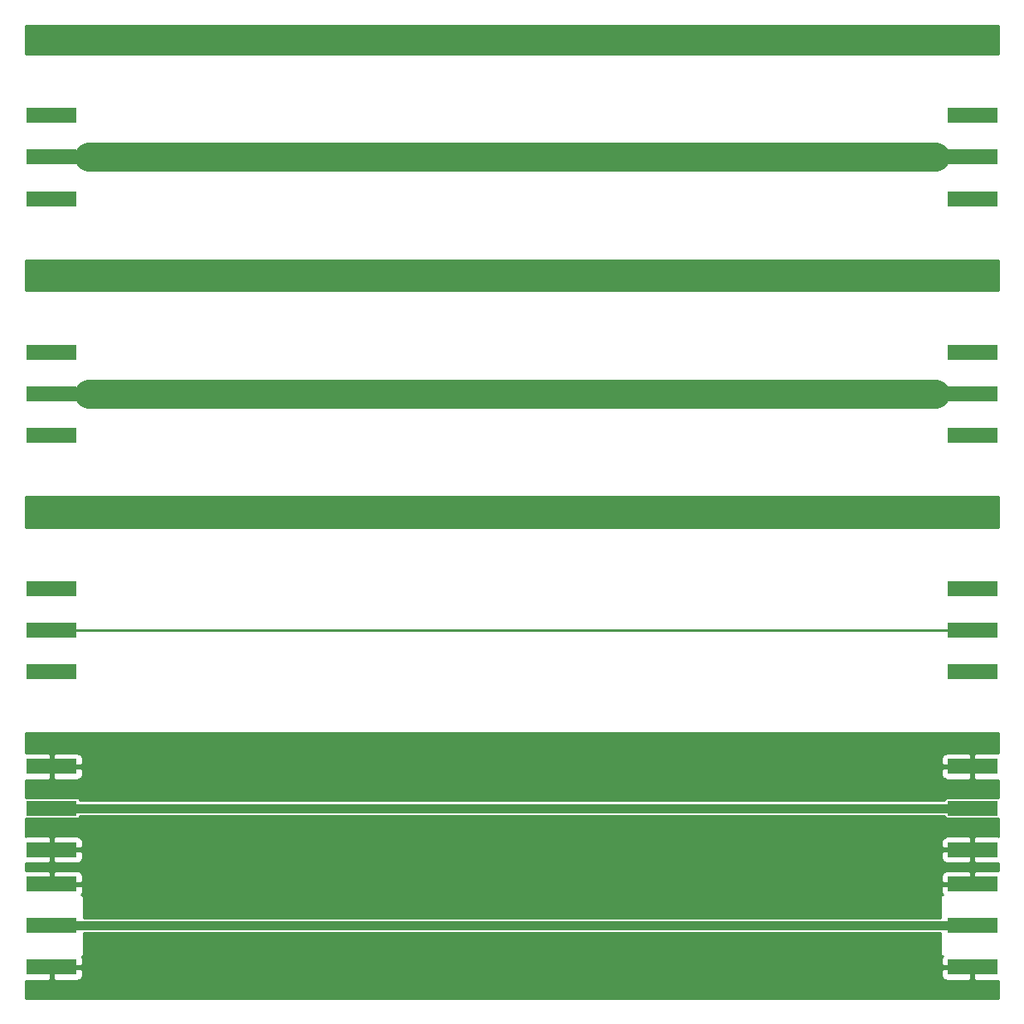
<source format=gtl>
G04 #@! TF.GenerationSoftware,KiCad,Pcbnew,5.1.6-c6e7f7d~86~ubuntu18.04.1*
G04 #@! TF.CreationDate,2020-05-31T00:28:00-04:00*
G04 #@! TF.ProjectId,microstrip_tests,6d696372-6f73-4747-9269-705f74657374,rev?*
G04 #@! TF.SameCoordinates,Original*
G04 #@! TF.FileFunction,Copper,L1,Top*
G04 #@! TF.FilePolarity,Positive*
%FSLAX46Y46*%
G04 Gerber Fmt 4.6, Leading zero omitted, Abs format (unit mm)*
G04 Created by KiCad (PCBNEW 5.1.6-c6e7f7d~86~ubuntu18.04.1) date 2020-05-31 00:28:00*
%MOMM*%
%LPD*%
G01*
G04 APERTURE LIST*
G04 #@! TA.AperFunction,SMDPad,CuDef*
%ADD10R,5.080000X1.500000*%
G04 #@! TD*
G04 #@! TA.AperFunction,ViaPad*
%ADD11C,0.800000*%
G04 #@! TD*
G04 #@! TA.AperFunction,Conductor*
%ADD12C,2.970000*%
G04 #@! TD*
G04 #@! TA.AperFunction,Conductor*
%ADD13C,0.250000*%
G04 #@! TD*
G04 #@! TA.AperFunction,Conductor*
%ADD14C,0.904300*%
G04 #@! TD*
G04 #@! TA.AperFunction,Conductor*
%ADD15C,0.254000*%
G04 #@! TD*
G04 APERTURE END LIST*
D10*
G04 #@! TO.P,J1,2*
G04 #@! TO.N,GND*
X93000000Y-29513000D03*
X93000000Y-38013000D03*
G04 #@! TO.P,J1,1*
G04 #@! TO.N,Net-(J1-Pad1)*
X93000000Y-33763000D03*
G04 #@! TD*
G04 #@! TO.P,J2,1*
G04 #@! TO.N,Net-(J1-Pad1)*
X187000000Y-33763000D03*
G04 #@! TO.P,J2,2*
G04 #@! TO.N,GND*
X187000000Y-29513000D03*
X187000000Y-38013000D03*
G04 #@! TD*
G04 #@! TO.P,J3,2*
G04 #@! TO.N,GND*
X93000000Y-53671000D03*
X93000000Y-62171000D03*
G04 #@! TO.P,J3,1*
G04 #@! TO.N,Net-(J3-Pad1)*
X93000000Y-57921000D03*
G04 #@! TD*
G04 #@! TO.P,J4,2*
G04 #@! TO.N,GND*
X93000000Y-77829000D03*
X93000000Y-86329000D03*
G04 #@! TO.P,J4,1*
G04 #@! TO.N,Net-(J4-Pad1)*
X93000000Y-82079000D03*
G04 #@! TD*
G04 #@! TO.P,J5,2*
G04 #@! TO.N,GND*
X93000000Y-95987000D03*
X93000000Y-104487000D03*
G04 #@! TO.P,J5,1*
G04 #@! TO.N,Net-(J5-Pad1)*
X93000000Y-100237000D03*
G04 #@! TD*
G04 #@! TO.P,J6,1*
G04 #@! TO.N,Net-(J3-Pad1)*
X187000000Y-57921000D03*
G04 #@! TO.P,J6,2*
G04 #@! TO.N,GND*
X187000000Y-53671000D03*
X187000000Y-62171000D03*
G04 #@! TD*
G04 #@! TO.P,J7,1*
G04 #@! TO.N,Net-(J4-Pad1)*
X187000000Y-82079000D03*
G04 #@! TO.P,J7,2*
G04 #@! TO.N,GND*
X187000000Y-77829000D03*
X187000000Y-86329000D03*
G04 #@! TD*
G04 #@! TO.P,J8,1*
G04 #@! TO.N,Net-(J5-Pad1)*
X187000000Y-100237000D03*
G04 #@! TO.P,J8,2*
G04 #@! TO.N,GND*
X187000000Y-95987000D03*
X187000000Y-104487000D03*
G04 #@! TD*
G04 #@! TO.P,J9,2*
G04 #@! TO.N,GND*
X93000000Y-107987000D03*
X93000000Y-116487000D03*
G04 #@! TO.P,J9,1*
G04 #@! TO.N,Net-(J10-Pad1)*
X93000000Y-112237000D03*
G04 #@! TD*
G04 #@! TO.P,J10,1*
G04 #@! TO.N,Net-(J10-Pad1)*
X187000000Y-112237000D03*
G04 #@! TO.P,J10,2*
G04 #@! TO.N,GND*
X187000000Y-107987000D03*
X187000000Y-116487000D03*
G04 #@! TD*
D11*
G04 #@! TO.N,GND*
X97430000Y-106250000D03*
X99930000Y-106250000D03*
X102430000Y-106250000D03*
X104930000Y-106250000D03*
X107430000Y-106250000D03*
X109930000Y-106250000D03*
X112430000Y-106250000D03*
X114930000Y-106250000D03*
X117430000Y-106250000D03*
X119930000Y-106250000D03*
X122430000Y-106250000D03*
X124930000Y-106250000D03*
X127430000Y-106250000D03*
X129930000Y-106250000D03*
X132430000Y-106250000D03*
X134930000Y-106250000D03*
X137430000Y-106250000D03*
X139930000Y-106250000D03*
X142430000Y-106250000D03*
X144930000Y-106250000D03*
X147430000Y-106250000D03*
X149930000Y-106250000D03*
X152430000Y-106250000D03*
X154930000Y-106250000D03*
X157430000Y-106250000D03*
X159930000Y-106250000D03*
X162430000Y-106250000D03*
X164930000Y-106250000D03*
X167430000Y-106250000D03*
X169930000Y-106250000D03*
X172430000Y-106250000D03*
X174930000Y-106250000D03*
X177430000Y-106250000D03*
X179930000Y-106250000D03*
X91000000Y-93540000D03*
X108500000Y-93540000D03*
X93500000Y-93540000D03*
X111000000Y-93540000D03*
X141000000Y-93540000D03*
X143500000Y-93540000D03*
X188500000Y-93540000D03*
X116000000Y-93540000D03*
X118500000Y-93540000D03*
X173500000Y-93540000D03*
X121000000Y-93540000D03*
X123500000Y-93540000D03*
X146000000Y-93540000D03*
X148500000Y-93540000D03*
X113500000Y-93540000D03*
X106000000Y-93540000D03*
X98500000Y-93540000D03*
X171000000Y-93540000D03*
X176000000Y-93540000D03*
X178500000Y-93540000D03*
X181000000Y-93540000D03*
X183500000Y-93540000D03*
X186000000Y-93540000D03*
X126000000Y-93540000D03*
X128500000Y-93540000D03*
X151000000Y-93540000D03*
X153500000Y-93540000D03*
X156000000Y-93540000D03*
X158500000Y-93540000D03*
X161000000Y-93540000D03*
X163500000Y-93540000D03*
X136000000Y-93540000D03*
X138500000Y-93540000D03*
X166000000Y-93540000D03*
X168500000Y-93540000D03*
X96000000Y-93540000D03*
X101000000Y-93540000D03*
X103500000Y-93540000D03*
X131000000Y-93540000D03*
X133500000Y-93540000D03*
X91040000Y-21710000D03*
X108540000Y-21710000D03*
X93540000Y-21710000D03*
X111040000Y-21710000D03*
X141040000Y-21710000D03*
X143540000Y-21710000D03*
X188540000Y-21710000D03*
X116040000Y-21710000D03*
X118540000Y-21710000D03*
X173540000Y-21710000D03*
X121040000Y-21710000D03*
X123540000Y-21710000D03*
X146040000Y-21710000D03*
X148540000Y-21710000D03*
X113540000Y-21710000D03*
X106040000Y-21710000D03*
X98540000Y-21710000D03*
X171040000Y-21710000D03*
X176040000Y-21710000D03*
X178540000Y-21710000D03*
X181040000Y-21710000D03*
X183540000Y-21710000D03*
X186040000Y-21710000D03*
X126040000Y-21710000D03*
X128540000Y-21710000D03*
X151040000Y-21710000D03*
X153540000Y-21710000D03*
X156040000Y-21710000D03*
X158540000Y-21710000D03*
X161040000Y-21710000D03*
X163540000Y-21710000D03*
X136040000Y-21710000D03*
X138540000Y-21710000D03*
X166040000Y-21710000D03*
X168540000Y-21710000D03*
X96040000Y-21710000D03*
X101040000Y-21710000D03*
X103540000Y-21710000D03*
X131040000Y-21710000D03*
X133540000Y-21710000D03*
X91000000Y-45770000D03*
X108500000Y-45770000D03*
X93500000Y-45770000D03*
X111000000Y-45770000D03*
X141000000Y-45770000D03*
X143500000Y-45770000D03*
X188500000Y-45770000D03*
X116000000Y-45770000D03*
X118500000Y-45770000D03*
X173500000Y-45770000D03*
X121000000Y-45770000D03*
X123500000Y-45770000D03*
X146000000Y-45770000D03*
X148500000Y-45770000D03*
X113500000Y-45770000D03*
X106000000Y-45770000D03*
X98500000Y-45770000D03*
X171000000Y-45770000D03*
X176000000Y-45770000D03*
X178500000Y-45770000D03*
X181000000Y-45770000D03*
X183500000Y-45770000D03*
X186000000Y-45770000D03*
X126000000Y-45770000D03*
X128500000Y-45770000D03*
X151000000Y-45770000D03*
X153500000Y-45770000D03*
X156000000Y-45770000D03*
X158500000Y-45770000D03*
X161000000Y-45770000D03*
X163500000Y-45770000D03*
X136000000Y-45770000D03*
X138500000Y-45770000D03*
X166000000Y-45770000D03*
X168500000Y-45770000D03*
X96000000Y-45770000D03*
X101000000Y-45770000D03*
X103500000Y-45770000D03*
X131000000Y-45770000D03*
X133500000Y-45770000D03*
X91000000Y-69920000D03*
X108500000Y-69920000D03*
X93500000Y-69920000D03*
X111000000Y-69920000D03*
X141000000Y-69920000D03*
X143500000Y-69920000D03*
X188500000Y-69920000D03*
X116000000Y-69920000D03*
X118500000Y-69920000D03*
X173500000Y-69920000D03*
X121000000Y-69920000D03*
X123500000Y-69920000D03*
X146000000Y-69920000D03*
X148500000Y-69920000D03*
X113500000Y-69920000D03*
X106000000Y-69920000D03*
X98500000Y-69920000D03*
X171000000Y-69920000D03*
X176000000Y-69920000D03*
X178500000Y-69920000D03*
X181000000Y-69920000D03*
X183500000Y-69920000D03*
X186000000Y-69920000D03*
X126000000Y-69920000D03*
X128500000Y-69920000D03*
X151000000Y-69920000D03*
X153500000Y-69920000D03*
X156000000Y-69920000D03*
X158500000Y-69920000D03*
X161000000Y-69920000D03*
X163500000Y-69920000D03*
X136000000Y-69920000D03*
X138500000Y-69920000D03*
X166000000Y-69920000D03*
X168500000Y-69920000D03*
X96000000Y-69920000D03*
X101000000Y-69920000D03*
X103500000Y-69920000D03*
X131000000Y-69920000D03*
X133500000Y-69920000D03*
X156800000Y-99100000D03*
X158200000Y-99100000D03*
X159600000Y-99100000D03*
X161000000Y-99100000D03*
X98000000Y-101400000D03*
X165200000Y-101400000D03*
X166600000Y-101400000D03*
X98000000Y-99100000D03*
X140000000Y-99100000D03*
X141400000Y-99100000D03*
X142800000Y-99100000D03*
X135800000Y-101400000D03*
X109200000Y-99100000D03*
X159600000Y-101400000D03*
X112000000Y-99100000D03*
X173600000Y-99100000D03*
X175000000Y-99100000D03*
X176400000Y-99100000D03*
X177800000Y-99100000D03*
X179200000Y-99100000D03*
X180600000Y-99100000D03*
X151200000Y-101400000D03*
X152600000Y-101400000D03*
X149800000Y-101400000D03*
X123200000Y-101400000D03*
X124600000Y-101400000D03*
X127400000Y-101400000D03*
X128800000Y-101400000D03*
X105000000Y-99100000D03*
X130200000Y-101400000D03*
X96600000Y-101400000D03*
X103600000Y-99100000D03*
X107800000Y-101400000D03*
X144200000Y-101400000D03*
X116200000Y-101400000D03*
X117600000Y-101400000D03*
X156800000Y-101400000D03*
X100800000Y-99100000D03*
X158200000Y-101400000D03*
X151200000Y-99100000D03*
X152600000Y-99100000D03*
X154000000Y-99100000D03*
X155400000Y-99100000D03*
X99400000Y-101400000D03*
X168000000Y-101400000D03*
X107800000Y-99100000D03*
X144200000Y-99100000D03*
X109200000Y-101400000D03*
X134400000Y-101400000D03*
X127400000Y-99100000D03*
X128800000Y-99100000D03*
X130200000Y-99100000D03*
X126000000Y-101400000D03*
X114800000Y-101400000D03*
X172200000Y-101400000D03*
X106400000Y-101400000D03*
X169400000Y-101400000D03*
X170800000Y-101400000D03*
X120400000Y-101400000D03*
X121800000Y-101400000D03*
X141400000Y-101400000D03*
X140000000Y-101400000D03*
X103600000Y-101400000D03*
X100800000Y-101400000D03*
X96600000Y-99100000D03*
X154000000Y-101400000D03*
X155400000Y-101400000D03*
X119000000Y-101400000D03*
X145600000Y-101400000D03*
X179200000Y-101400000D03*
X180600000Y-101400000D03*
X131600000Y-101400000D03*
X133000000Y-101400000D03*
X161000000Y-101400000D03*
X102200000Y-101400000D03*
X162400000Y-101400000D03*
X137200000Y-101400000D03*
X138600000Y-101400000D03*
X99400000Y-99100000D03*
X168000000Y-99100000D03*
X169400000Y-99100000D03*
X170800000Y-99100000D03*
X172200000Y-99100000D03*
X106400000Y-99100000D03*
X112000000Y-101400000D03*
X176400000Y-101400000D03*
X177800000Y-101400000D03*
X142800000Y-101400000D03*
X113400000Y-99100000D03*
X110600000Y-99100000D03*
X102200000Y-99100000D03*
X162400000Y-99100000D03*
X163800000Y-99100000D03*
X165200000Y-99100000D03*
X166600000Y-99100000D03*
X173600000Y-101400000D03*
X175000000Y-101400000D03*
X147000000Y-101400000D03*
X148400000Y-101400000D03*
X135800000Y-99100000D03*
X137200000Y-99100000D03*
X138600000Y-99100000D03*
X131600000Y-99100000D03*
X133000000Y-99100000D03*
X134400000Y-99100000D03*
X163800000Y-101400000D03*
X120400000Y-99100000D03*
X121800000Y-99100000D03*
X123200000Y-99100000D03*
X124600000Y-99100000D03*
X126000000Y-99100000D03*
X114800000Y-99100000D03*
X116200000Y-99100000D03*
X117600000Y-99100000D03*
X119000000Y-99100000D03*
X145600000Y-99100000D03*
X147000000Y-99100000D03*
X148400000Y-99100000D03*
X149800000Y-99100000D03*
X113400000Y-101400000D03*
X110600000Y-101400000D03*
X105000000Y-101400000D03*
X156800000Y-113400000D03*
X158200000Y-113400000D03*
X159600000Y-113400000D03*
X161000000Y-113400000D03*
X98000000Y-113400000D03*
X140000000Y-113400000D03*
X141400000Y-113400000D03*
X142800000Y-113400000D03*
X109200000Y-113400000D03*
X112000000Y-113400000D03*
X173600000Y-113400000D03*
X175000000Y-113400000D03*
X176400000Y-113400000D03*
X177800000Y-113400000D03*
X179200000Y-113400000D03*
X180600000Y-113400000D03*
X105000000Y-113400000D03*
X103600000Y-113400000D03*
X100800000Y-113400000D03*
X151200000Y-113400000D03*
X152600000Y-113400000D03*
X154000000Y-113400000D03*
X155400000Y-113400000D03*
X107800000Y-113400000D03*
X144200000Y-113400000D03*
X127400000Y-113400000D03*
X128800000Y-113400000D03*
X130200000Y-113400000D03*
X96600000Y-113400000D03*
X99400000Y-113400000D03*
X168000000Y-113400000D03*
X169400000Y-113400000D03*
X170800000Y-113400000D03*
X172200000Y-113400000D03*
X106400000Y-113400000D03*
X113400000Y-113400000D03*
X110600000Y-113400000D03*
X102200000Y-113400000D03*
X162400000Y-113400000D03*
X163800000Y-113400000D03*
X165200000Y-113400000D03*
X166600000Y-113400000D03*
X135800000Y-113400000D03*
X137200000Y-113400000D03*
X138600000Y-113400000D03*
X131600000Y-113400000D03*
X133000000Y-113400000D03*
X134400000Y-113400000D03*
X120400000Y-113400000D03*
X121800000Y-113400000D03*
X123200000Y-113400000D03*
X124600000Y-113400000D03*
X126000000Y-113400000D03*
X114800000Y-113400000D03*
X116200000Y-113400000D03*
X117600000Y-113400000D03*
X119000000Y-113400000D03*
X145600000Y-113400000D03*
X147000000Y-113400000D03*
X148400000Y-113400000D03*
X149800000Y-113400000D03*
X90930000Y-118800000D03*
X96600000Y-111100000D03*
X98000000Y-111100000D03*
X99400000Y-111100000D03*
X100800000Y-111100000D03*
X102200000Y-111100000D03*
X103600000Y-111100000D03*
X105000000Y-111100000D03*
X106400000Y-111100000D03*
X107800000Y-111100000D03*
X109200000Y-111100000D03*
X110600000Y-111100000D03*
X112000000Y-111100000D03*
X113400000Y-111100000D03*
X114800000Y-111100000D03*
X116200000Y-111100000D03*
X117600000Y-111100000D03*
X119000000Y-111100000D03*
X120400000Y-111100000D03*
X121800000Y-111100000D03*
X123200000Y-111100000D03*
X124600000Y-111100000D03*
X126000000Y-111100000D03*
X127400000Y-111100000D03*
X128800000Y-111100000D03*
X130200000Y-111100000D03*
X131600000Y-111100000D03*
X133000000Y-111100000D03*
X134400000Y-111100000D03*
X135800000Y-111100000D03*
X137200000Y-111100000D03*
X138600000Y-111100000D03*
X140000000Y-111100000D03*
X141400000Y-111100000D03*
X142800000Y-111100000D03*
X144200000Y-111100000D03*
X145600000Y-111100000D03*
X147000000Y-111100000D03*
X148400000Y-111100000D03*
X149800000Y-111100000D03*
X151200000Y-111100000D03*
X152600000Y-111100000D03*
X154000000Y-111100000D03*
X155400000Y-111100000D03*
X156800000Y-111100000D03*
X158200000Y-111100000D03*
X159600000Y-111100000D03*
X161000000Y-111100000D03*
X162400000Y-111100000D03*
X163800000Y-111100000D03*
X165200000Y-111100000D03*
X166600000Y-111100000D03*
X168000000Y-111100000D03*
X169400000Y-111100000D03*
X170800000Y-111100000D03*
X172200000Y-111100000D03*
X173600000Y-111100000D03*
X175000000Y-111100000D03*
X176400000Y-111100000D03*
X177800000Y-111100000D03*
X179200000Y-111100000D03*
X180600000Y-111100000D03*
X93430000Y-118800000D03*
X95930000Y-118800000D03*
X98430000Y-118800000D03*
X100930000Y-118800000D03*
X103430000Y-118800000D03*
X105930000Y-118800000D03*
X108430000Y-118800000D03*
X110930000Y-118800000D03*
X113430000Y-118800000D03*
X115930000Y-118800000D03*
X118430000Y-118800000D03*
X120930000Y-118800000D03*
X123430000Y-118800000D03*
X125930000Y-118800000D03*
X128430000Y-118800000D03*
X130930000Y-118800000D03*
X133430000Y-118800000D03*
X135930000Y-118800000D03*
X138430000Y-118800000D03*
X140930000Y-118800000D03*
X143430000Y-118800000D03*
X145930000Y-118800000D03*
X148430000Y-118800000D03*
X150930000Y-118800000D03*
X153430000Y-118800000D03*
X155930000Y-118800000D03*
X158430000Y-118800000D03*
X160930000Y-118800000D03*
X163430000Y-118800000D03*
X165930000Y-118800000D03*
X168430000Y-118800000D03*
X170930000Y-118800000D03*
X173430000Y-118800000D03*
X175930000Y-118800000D03*
X178430000Y-118800000D03*
X180930000Y-118800000D03*
X183430000Y-118800000D03*
X185930000Y-118800000D03*
X188430000Y-118800000D03*
X182000000Y-111100000D03*
X183400000Y-111100000D03*
X182000000Y-113400000D03*
X183400000Y-113400000D03*
X182000000Y-99100000D03*
X183400000Y-99100000D03*
X182000000Y-101400000D03*
X183400000Y-101400000D03*
X182430000Y-106250000D03*
G04 #@! TD*
D12*
G04 #@! TO.N,Net-(J1-Pad1)*
X96800000Y-33763000D02*
X183200000Y-33763000D01*
D13*
X93000000Y-33763000D02*
X96800000Y-33763000D01*
X187000000Y-33763000D02*
X183200000Y-33763000D01*
D12*
G04 #@! TO.N,Net-(J3-Pad1)*
X96800000Y-57921000D02*
X183200000Y-57921000D01*
D13*
X183200000Y-57921000D02*
X187000000Y-57921000D01*
X96800000Y-57921000D02*
X93000000Y-57921000D01*
G04 #@! TO.N,Net-(J4-Pad1)*
X93000000Y-82079000D02*
X187000000Y-82079000D01*
D14*
G04 #@! TO.N,Net-(J5-Pad1)*
X93000000Y-100237000D02*
X187000000Y-100237000D01*
G04 #@! TO.N,Net-(J10-Pad1)*
X93000000Y-112237000D02*
X187000000Y-112237000D01*
G04 #@! TD*
D15*
G04 #@! TO.N,GND*
G36*
X183743000Y-115250000D02*
G01*
X183745440Y-115274776D01*
X183752667Y-115298601D01*
X183764403Y-115320557D01*
X183780197Y-115339803D01*
X183799443Y-115355597D01*
X183821399Y-115367333D01*
X183845224Y-115374560D01*
X183870000Y-115377000D01*
X183933982Y-115377000D01*
X183929463Y-115382506D01*
X183870498Y-115492820D01*
X183834188Y-115612518D01*
X183821928Y-115737000D01*
X183825000Y-116201250D01*
X183983750Y-116360000D01*
X186873000Y-116360000D01*
X186873000Y-116340000D01*
X187127000Y-116340000D01*
X187127000Y-116360000D01*
X187147000Y-116360000D01*
X187147000Y-116614000D01*
X187127000Y-116614000D01*
X187127000Y-117713250D01*
X187285750Y-117872000D01*
X189540000Y-117875072D01*
X189664482Y-117862812D01*
X189672950Y-117860243D01*
X189672950Y-119672950D01*
X90327050Y-119672950D01*
X90327050Y-117860243D01*
X90335518Y-117862812D01*
X90460000Y-117875072D01*
X92714250Y-117872000D01*
X92873000Y-117713250D01*
X92873000Y-116614000D01*
X93127000Y-116614000D01*
X93127000Y-117713250D01*
X93285750Y-117872000D01*
X95540000Y-117875072D01*
X95664482Y-117862812D01*
X95784180Y-117826502D01*
X95894494Y-117767537D01*
X95991185Y-117688185D01*
X96070537Y-117591494D01*
X96129502Y-117481180D01*
X96165812Y-117361482D01*
X96178072Y-117237000D01*
X183821928Y-117237000D01*
X183834188Y-117361482D01*
X183870498Y-117481180D01*
X183929463Y-117591494D01*
X184008815Y-117688185D01*
X184105506Y-117767537D01*
X184215820Y-117826502D01*
X184335518Y-117862812D01*
X184460000Y-117875072D01*
X186714250Y-117872000D01*
X186873000Y-117713250D01*
X186873000Y-116614000D01*
X183983750Y-116614000D01*
X183825000Y-116772750D01*
X183821928Y-117237000D01*
X96178072Y-117237000D01*
X96175000Y-116772750D01*
X96016250Y-116614000D01*
X93127000Y-116614000D01*
X92873000Y-116614000D01*
X92853000Y-116614000D01*
X92853000Y-116360000D01*
X92873000Y-116360000D01*
X92873000Y-116340000D01*
X93127000Y-116340000D01*
X93127000Y-116360000D01*
X96016250Y-116360000D01*
X96175000Y-116201250D01*
X96178072Y-115737000D01*
X96165812Y-115612518D01*
X96129502Y-115492820D01*
X96072939Y-115387000D01*
X96129000Y-115387000D01*
X96153756Y-115384564D01*
X96177581Y-115377341D01*
X96199540Y-115365608D01*
X96218788Y-115349818D01*
X96234585Y-115330575D01*
X96246325Y-115308620D01*
X96253556Y-115284797D01*
X96256000Y-115260021D01*
X96256373Y-113016150D01*
X183743000Y-113016150D01*
X183743000Y-115250000D01*
G37*
X183743000Y-115250000D02*
X183745440Y-115274776D01*
X183752667Y-115298601D01*
X183764403Y-115320557D01*
X183780197Y-115339803D01*
X183799443Y-115355597D01*
X183821399Y-115367333D01*
X183845224Y-115374560D01*
X183870000Y-115377000D01*
X183933982Y-115377000D01*
X183929463Y-115382506D01*
X183870498Y-115492820D01*
X183834188Y-115612518D01*
X183821928Y-115737000D01*
X183825000Y-116201250D01*
X183983750Y-116360000D01*
X186873000Y-116360000D01*
X186873000Y-116340000D01*
X187127000Y-116340000D01*
X187127000Y-116360000D01*
X187147000Y-116360000D01*
X187147000Y-116614000D01*
X187127000Y-116614000D01*
X187127000Y-117713250D01*
X187285750Y-117872000D01*
X189540000Y-117875072D01*
X189664482Y-117862812D01*
X189672950Y-117860243D01*
X189672950Y-119672950D01*
X90327050Y-119672950D01*
X90327050Y-117860243D01*
X90335518Y-117862812D01*
X90460000Y-117875072D01*
X92714250Y-117872000D01*
X92873000Y-117713250D01*
X92873000Y-116614000D01*
X93127000Y-116614000D01*
X93127000Y-117713250D01*
X93285750Y-117872000D01*
X95540000Y-117875072D01*
X95664482Y-117862812D01*
X95784180Y-117826502D01*
X95894494Y-117767537D01*
X95991185Y-117688185D01*
X96070537Y-117591494D01*
X96129502Y-117481180D01*
X96165812Y-117361482D01*
X96178072Y-117237000D01*
X183821928Y-117237000D01*
X183834188Y-117361482D01*
X183870498Y-117481180D01*
X183929463Y-117591494D01*
X184008815Y-117688185D01*
X184105506Y-117767537D01*
X184215820Y-117826502D01*
X184335518Y-117862812D01*
X184460000Y-117875072D01*
X186714250Y-117872000D01*
X186873000Y-117713250D01*
X186873000Y-116614000D01*
X183983750Y-116614000D01*
X183825000Y-116772750D01*
X183821928Y-117237000D01*
X96178072Y-117237000D01*
X96175000Y-116772750D01*
X96016250Y-116614000D01*
X93127000Y-116614000D01*
X92873000Y-116614000D01*
X92853000Y-116614000D01*
X92853000Y-116360000D01*
X92873000Y-116360000D01*
X92873000Y-116340000D01*
X93127000Y-116340000D01*
X93127000Y-116360000D01*
X96016250Y-116360000D01*
X96175000Y-116201250D01*
X96178072Y-115737000D01*
X96165812Y-115612518D01*
X96129502Y-115492820D01*
X96072939Y-115387000D01*
X96129000Y-115387000D01*
X96153756Y-115384564D01*
X96177581Y-115377341D01*
X96199540Y-115365608D01*
X96218788Y-115349818D01*
X96234585Y-115330575D01*
X96246325Y-115308620D01*
X96253556Y-115284797D01*
X96256000Y-115260021D01*
X96256373Y-113016150D01*
X183743000Y-113016150D01*
X183743000Y-115250000D01*
G36*
X184137732Y-101051103D02*
G01*
X184156430Y-101112743D01*
X184186794Y-101169550D01*
X184227657Y-101219343D01*
X184277450Y-101260206D01*
X184334257Y-101290570D01*
X184395897Y-101309268D01*
X184460000Y-101315582D01*
X189540000Y-101315582D01*
X189604103Y-101309268D01*
X189665743Y-101290570D01*
X189672950Y-101286718D01*
X189672950Y-103113757D01*
X189664482Y-103111188D01*
X189540000Y-103098928D01*
X187285750Y-103102000D01*
X187127000Y-103260750D01*
X187127000Y-104360000D01*
X187147000Y-104360000D01*
X187147000Y-104614000D01*
X187127000Y-104614000D01*
X187127000Y-105713250D01*
X187285750Y-105872000D01*
X189540000Y-105875072D01*
X189664482Y-105862812D01*
X189672950Y-105860243D01*
X189672950Y-106613757D01*
X189664482Y-106611188D01*
X189540000Y-106598928D01*
X187285750Y-106602000D01*
X187127000Y-106760750D01*
X187127000Y-107860000D01*
X187147000Y-107860000D01*
X187147000Y-108114000D01*
X187127000Y-108114000D01*
X187127000Y-108134000D01*
X186873000Y-108134000D01*
X186873000Y-108114000D01*
X183983750Y-108114000D01*
X183825000Y-108272750D01*
X183821928Y-108737000D01*
X183834188Y-108861482D01*
X183870498Y-108981180D01*
X183929463Y-109091494D01*
X183947112Y-109113000D01*
X183870000Y-109113000D01*
X183845224Y-109115440D01*
X183821399Y-109122667D01*
X183799443Y-109134403D01*
X183780197Y-109150197D01*
X183764403Y-109169443D01*
X183752667Y-109191399D01*
X183745440Y-109215224D01*
X183743000Y-109240000D01*
X183743000Y-111457850D01*
X96256633Y-111457850D01*
X96257000Y-109250021D01*
X96254560Y-109225224D01*
X96247333Y-109201399D01*
X96235597Y-109179443D01*
X96219803Y-109160197D01*
X96200557Y-109144403D01*
X96178601Y-109132667D01*
X96154776Y-109125440D01*
X96130000Y-109123000D01*
X96044681Y-109123000D01*
X96070537Y-109091494D01*
X96129502Y-108981180D01*
X96165812Y-108861482D01*
X96178072Y-108737000D01*
X96175000Y-108272750D01*
X96016250Y-108114000D01*
X93127000Y-108114000D01*
X93127000Y-108134000D01*
X92873000Y-108134000D01*
X92873000Y-108114000D01*
X92853000Y-108114000D01*
X92853000Y-107860000D01*
X92873000Y-107860000D01*
X92873000Y-106760750D01*
X93127000Y-106760750D01*
X93127000Y-107860000D01*
X96016250Y-107860000D01*
X96175000Y-107701250D01*
X96178072Y-107237000D01*
X183821928Y-107237000D01*
X183825000Y-107701250D01*
X183983750Y-107860000D01*
X186873000Y-107860000D01*
X186873000Y-106760750D01*
X186714250Y-106602000D01*
X184460000Y-106598928D01*
X184335518Y-106611188D01*
X184215820Y-106647498D01*
X184105506Y-106706463D01*
X184008815Y-106785815D01*
X183929463Y-106882506D01*
X183870498Y-106992820D01*
X183834188Y-107112518D01*
X183821928Y-107237000D01*
X96178072Y-107237000D01*
X96165812Y-107112518D01*
X96129502Y-106992820D01*
X96070537Y-106882506D01*
X95991185Y-106785815D01*
X95894494Y-106706463D01*
X95784180Y-106647498D01*
X95664482Y-106611188D01*
X95540000Y-106598928D01*
X93285750Y-106602000D01*
X93127000Y-106760750D01*
X92873000Y-106760750D01*
X92714250Y-106602000D01*
X90460000Y-106598928D01*
X90335518Y-106611188D01*
X90327050Y-106613757D01*
X90327050Y-105860243D01*
X90335518Y-105862812D01*
X90460000Y-105875072D01*
X92714250Y-105872000D01*
X92873000Y-105713250D01*
X92873000Y-104614000D01*
X93127000Y-104614000D01*
X93127000Y-105713250D01*
X93285750Y-105872000D01*
X95540000Y-105875072D01*
X95664482Y-105862812D01*
X95784180Y-105826502D01*
X95894494Y-105767537D01*
X95991185Y-105688185D01*
X96070537Y-105591494D01*
X96129502Y-105481180D01*
X96165812Y-105361482D01*
X96178072Y-105237000D01*
X183821928Y-105237000D01*
X183834188Y-105361482D01*
X183870498Y-105481180D01*
X183929463Y-105591494D01*
X184008815Y-105688185D01*
X184105506Y-105767537D01*
X184215820Y-105826502D01*
X184335518Y-105862812D01*
X184460000Y-105875072D01*
X186714250Y-105872000D01*
X186873000Y-105713250D01*
X186873000Y-104614000D01*
X183983750Y-104614000D01*
X183825000Y-104772750D01*
X183821928Y-105237000D01*
X96178072Y-105237000D01*
X96175000Y-104772750D01*
X96016250Y-104614000D01*
X93127000Y-104614000D01*
X92873000Y-104614000D01*
X92853000Y-104614000D01*
X92853000Y-104360000D01*
X92873000Y-104360000D01*
X92873000Y-103260750D01*
X93127000Y-103260750D01*
X93127000Y-104360000D01*
X96016250Y-104360000D01*
X96175000Y-104201250D01*
X96178072Y-103737000D01*
X183821928Y-103737000D01*
X183825000Y-104201250D01*
X183983750Y-104360000D01*
X186873000Y-104360000D01*
X186873000Y-103260750D01*
X186714250Y-103102000D01*
X184460000Y-103098928D01*
X184335518Y-103111188D01*
X184215820Y-103147498D01*
X184105506Y-103206463D01*
X184008815Y-103285815D01*
X183929463Y-103382506D01*
X183870498Y-103492820D01*
X183834188Y-103612518D01*
X183821928Y-103737000D01*
X96178072Y-103737000D01*
X96165812Y-103612518D01*
X96129502Y-103492820D01*
X96070537Y-103382506D01*
X95991185Y-103285815D01*
X95894494Y-103206463D01*
X95784180Y-103147498D01*
X95664482Y-103111188D01*
X95540000Y-103098928D01*
X93285750Y-103102000D01*
X93127000Y-103260750D01*
X92873000Y-103260750D01*
X92714250Y-103102000D01*
X90460000Y-103098928D01*
X90335518Y-103111188D01*
X90327050Y-103113757D01*
X90327050Y-101286718D01*
X90334257Y-101290570D01*
X90395897Y-101309268D01*
X90460000Y-101315582D01*
X95540000Y-101315582D01*
X95604103Y-101309268D01*
X95665743Y-101290570D01*
X95722550Y-101260206D01*
X95772343Y-101219343D01*
X95813206Y-101169550D01*
X95843570Y-101112743D01*
X95862268Y-101051103D01*
X95865711Y-101016150D01*
X184134289Y-101016150D01*
X184137732Y-101051103D01*
G37*
X184137732Y-101051103D02*
X184156430Y-101112743D01*
X184186794Y-101169550D01*
X184227657Y-101219343D01*
X184277450Y-101260206D01*
X184334257Y-101290570D01*
X184395897Y-101309268D01*
X184460000Y-101315582D01*
X189540000Y-101315582D01*
X189604103Y-101309268D01*
X189665743Y-101290570D01*
X189672950Y-101286718D01*
X189672950Y-103113757D01*
X189664482Y-103111188D01*
X189540000Y-103098928D01*
X187285750Y-103102000D01*
X187127000Y-103260750D01*
X187127000Y-104360000D01*
X187147000Y-104360000D01*
X187147000Y-104614000D01*
X187127000Y-104614000D01*
X187127000Y-105713250D01*
X187285750Y-105872000D01*
X189540000Y-105875072D01*
X189664482Y-105862812D01*
X189672950Y-105860243D01*
X189672950Y-106613757D01*
X189664482Y-106611188D01*
X189540000Y-106598928D01*
X187285750Y-106602000D01*
X187127000Y-106760750D01*
X187127000Y-107860000D01*
X187147000Y-107860000D01*
X187147000Y-108114000D01*
X187127000Y-108114000D01*
X187127000Y-108134000D01*
X186873000Y-108134000D01*
X186873000Y-108114000D01*
X183983750Y-108114000D01*
X183825000Y-108272750D01*
X183821928Y-108737000D01*
X183834188Y-108861482D01*
X183870498Y-108981180D01*
X183929463Y-109091494D01*
X183947112Y-109113000D01*
X183870000Y-109113000D01*
X183845224Y-109115440D01*
X183821399Y-109122667D01*
X183799443Y-109134403D01*
X183780197Y-109150197D01*
X183764403Y-109169443D01*
X183752667Y-109191399D01*
X183745440Y-109215224D01*
X183743000Y-109240000D01*
X183743000Y-111457850D01*
X96256633Y-111457850D01*
X96257000Y-109250021D01*
X96254560Y-109225224D01*
X96247333Y-109201399D01*
X96235597Y-109179443D01*
X96219803Y-109160197D01*
X96200557Y-109144403D01*
X96178601Y-109132667D01*
X96154776Y-109125440D01*
X96130000Y-109123000D01*
X96044681Y-109123000D01*
X96070537Y-109091494D01*
X96129502Y-108981180D01*
X96165812Y-108861482D01*
X96178072Y-108737000D01*
X96175000Y-108272750D01*
X96016250Y-108114000D01*
X93127000Y-108114000D01*
X93127000Y-108134000D01*
X92873000Y-108134000D01*
X92873000Y-108114000D01*
X92853000Y-108114000D01*
X92853000Y-107860000D01*
X92873000Y-107860000D01*
X92873000Y-106760750D01*
X93127000Y-106760750D01*
X93127000Y-107860000D01*
X96016250Y-107860000D01*
X96175000Y-107701250D01*
X96178072Y-107237000D01*
X183821928Y-107237000D01*
X183825000Y-107701250D01*
X183983750Y-107860000D01*
X186873000Y-107860000D01*
X186873000Y-106760750D01*
X186714250Y-106602000D01*
X184460000Y-106598928D01*
X184335518Y-106611188D01*
X184215820Y-106647498D01*
X184105506Y-106706463D01*
X184008815Y-106785815D01*
X183929463Y-106882506D01*
X183870498Y-106992820D01*
X183834188Y-107112518D01*
X183821928Y-107237000D01*
X96178072Y-107237000D01*
X96165812Y-107112518D01*
X96129502Y-106992820D01*
X96070537Y-106882506D01*
X95991185Y-106785815D01*
X95894494Y-106706463D01*
X95784180Y-106647498D01*
X95664482Y-106611188D01*
X95540000Y-106598928D01*
X93285750Y-106602000D01*
X93127000Y-106760750D01*
X92873000Y-106760750D01*
X92714250Y-106602000D01*
X90460000Y-106598928D01*
X90335518Y-106611188D01*
X90327050Y-106613757D01*
X90327050Y-105860243D01*
X90335518Y-105862812D01*
X90460000Y-105875072D01*
X92714250Y-105872000D01*
X92873000Y-105713250D01*
X92873000Y-104614000D01*
X93127000Y-104614000D01*
X93127000Y-105713250D01*
X93285750Y-105872000D01*
X95540000Y-105875072D01*
X95664482Y-105862812D01*
X95784180Y-105826502D01*
X95894494Y-105767537D01*
X95991185Y-105688185D01*
X96070537Y-105591494D01*
X96129502Y-105481180D01*
X96165812Y-105361482D01*
X96178072Y-105237000D01*
X183821928Y-105237000D01*
X183834188Y-105361482D01*
X183870498Y-105481180D01*
X183929463Y-105591494D01*
X184008815Y-105688185D01*
X184105506Y-105767537D01*
X184215820Y-105826502D01*
X184335518Y-105862812D01*
X184460000Y-105875072D01*
X186714250Y-105872000D01*
X186873000Y-105713250D01*
X186873000Y-104614000D01*
X183983750Y-104614000D01*
X183825000Y-104772750D01*
X183821928Y-105237000D01*
X96178072Y-105237000D01*
X96175000Y-104772750D01*
X96016250Y-104614000D01*
X93127000Y-104614000D01*
X92873000Y-104614000D01*
X92853000Y-104614000D01*
X92853000Y-104360000D01*
X92873000Y-104360000D01*
X92873000Y-103260750D01*
X93127000Y-103260750D01*
X93127000Y-104360000D01*
X96016250Y-104360000D01*
X96175000Y-104201250D01*
X96178072Y-103737000D01*
X183821928Y-103737000D01*
X183825000Y-104201250D01*
X183983750Y-104360000D01*
X186873000Y-104360000D01*
X186873000Y-103260750D01*
X186714250Y-103102000D01*
X184460000Y-103098928D01*
X184335518Y-103111188D01*
X184215820Y-103147498D01*
X184105506Y-103206463D01*
X184008815Y-103285815D01*
X183929463Y-103382506D01*
X183870498Y-103492820D01*
X183834188Y-103612518D01*
X183821928Y-103737000D01*
X96178072Y-103737000D01*
X96165812Y-103612518D01*
X96129502Y-103492820D01*
X96070537Y-103382506D01*
X95991185Y-103285815D01*
X95894494Y-103206463D01*
X95784180Y-103147498D01*
X95664482Y-103111188D01*
X95540000Y-103098928D01*
X93285750Y-103102000D01*
X93127000Y-103260750D01*
X92873000Y-103260750D01*
X92714250Y-103102000D01*
X90460000Y-103098928D01*
X90335518Y-103111188D01*
X90327050Y-103113757D01*
X90327050Y-101286718D01*
X90334257Y-101290570D01*
X90395897Y-101309268D01*
X90460000Y-101315582D01*
X95540000Y-101315582D01*
X95604103Y-101309268D01*
X95665743Y-101290570D01*
X95722550Y-101260206D01*
X95772343Y-101219343D01*
X95813206Y-101169550D01*
X95843570Y-101112743D01*
X95862268Y-101051103D01*
X95865711Y-101016150D01*
X184134289Y-101016150D01*
X184137732Y-101051103D01*
G36*
X189672950Y-94613757D02*
G01*
X189664482Y-94611188D01*
X189540000Y-94598928D01*
X187285750Y-94602000D01*
X187127000Y-94760750D01*
X187127000Y-95860000D01*
X187147000Y-95860000D01*
X187147000Y-96114000D01*
X187127000Y-96114000D01*
X187127000Y-97213250D01*
X187285750Y-97372000D01*
X189540000Y-97375072D01*
X189664482Y-97362812D01*
X189672950Y-97360243D01*
X189672950Y-99187282D01*
X189665743Y-99183430D01*
X189604103Y-99164732D01*
X189540000Y-99158418D01*
X184460000Y-99158418D01*
X184395897Y-99164732D01*
X184334257Y-99183430D01*
X184277450Y-99213794D01*
X184227657Y-99254657D01*
X184186794Y-99304450D01*
X184156430Y-99361257D01*
X184137732Y-99422897D01*
X184134289Y-99457850D01*
X95865711Y-99457850D01*
X95862268Y-99422897D01*
X95843570Y-99361257D01*
X95813206Y-99304450D01*
X95772343Y-99254657D01*
X95722550Y-99213794D01*
X95665743Y-99183430D01*
X95604103Y-99164732D01*
X95540000Y-99158418D01*
X90460000Y-99158418D01*
X90395897Y-99164732D01*
X90334257Y-99183430D01*
X90327050Y-99187282D01*
X90327050Y-97360243D01*
X90335518Y-97362812D01*
X90460000Y-97375072D01*
X92714250Y-97372000D01*
X92873000Y-97213250D01*
X92873000Y-96114000D01*
X93127000Y-96114000D01*
X93127000Y-97213250D01*
X93285750Y-97372000D01*
X95540000Y-97375072D01*
X95664482Y-97362812D01*
X95784180Y-97326502D01*
X95894494Y-97267537D01*
X95991185Y-97188185D01*
X96070537Y-97091494D01*
X96129502Y-96981180D01*
X96165812Y-96861482D01*
X96178072Y-96737000D01*
X183821928Y-96737000D01*
X183834188Y-96861482D01*
X183870498Y-96981180D01*
X183929463Y-97091494D01*
X184008815Y-97188185D01*
X184105506Y-97267537D01*
X184215820Y-97326502D01*
X184335518Y-97362812D01*
X184460000Y-97375072D01*
X186714250Y-97372000D01*
X186873000Y-97213250D01*
X186873000Y-96114000D01*
X183983750Y-96114000D01*
X183825000Y-96272750D01*
X183821928Y-96737000D01*
X96178072Y-96737000D01*
X96175000Y-96272750D01*
X96016250Y-96114000D01*
X93127000Y-96114000D01*
X92873000Y-96114000D01*
X92853000Y-96114000D01*
X92853000Y-95860000D01*
X92873000Y-95860000D01*
X92873000Y-94760750D01*
X93127000Y-94760750D01*
X93127000Y-95860000D01*
X96016250Y-95860000D01*
X96175000Y-95701250D01*
X96178072Y-95237000D01*
X183821928Y-95237000D01*
X183825000Y-95701250D01*
X183983750Y-95860000D01*
X186873000Y-95860000D01*
X186873000Y-94760750D01*
X186714250Y-94602000D01*
X184460000Y-94598928D01*
X184335518Y-94611188D01*
X184215820Y-94647498D01*
X184105506Y-94706463D01*
X184008815Y-94785815D01*
X183929463Y-94882506D01*
X183870498Y-94992820D01*
X183834188Y-95112518D01*
X183821928Y-95237000D01*
X96178072Y-95237000D01*
X96165812Y-95112518D01*
X96129502Y-94992820D01*
X96070537Y-94882506D01*
X95991185Y-94785815D01*
X95894494Y-94706463D01*
X95784180Y-94647498D01*
X95664482Y-94611188D01*
X95540000Y-94598928D01*
X93285750Y-94602000D01*
X93127000Y-94760750D01*
X92873000Y-94760750D01*
X92714250Y-94602000D01*
X90460000Y-94598928D01*
X90335518Y-94611188D01*
X90327050Y-94613757D01*
X90327050Y-92601000D01*
X189672950Y-92601000D01*
X189672950Y-94613757D01*
G37*
X189672950Y-94613757D02*
X189664482Y-94611188D01*
X189540000Y-94598928D01*
X187285750Y-94602000D01*
X187127000Y-94760750D01*
X187127000Y-95860000D01*
X187147000Y-95860000D01*
X187147000Y-96114000D01*
X187127000Y-96114000D01*
X187127000Y-97213250D01*
X187285750Y-97372000D01*
X189540000Y-97375072D01*
X189664482Y-97362812D01*
X189672950Y-97360243D01*
X189672950Y-99187282D01*
X189665743Y-99183430D01*
X189604103Y-99164732D01*
X189540000Y-99158418D01*
X184460000Y-99158418D01*
X184395897Y-99164732D01*
X184334257Y-99183430D01*
X184277450Y-99213794D01*
X184227657Y-99254657D01*
X184186794Y-99304450D01*
X184156430Y-99361257D01*
X184137732Y-99422897D01*
X184134289Y-99457850D01*
X95865711Y-99457850D01*
X95862268Y-99422897D01*
X95843570Y-99361257D01*
X95813206Y-99304450D01*
X95772343Y-99254657D01*
X95722550Y-99213794D01*
X95665743Y-99183430D01*
X95604103Y-99164732D01*
X95540000Y-99158418D01*
X90460000Y-99158418D01*
X90395897Y-99164732D01*
X90334257Y-99183430D01*
X90327050Y-99187282D01*
X90327050Y-97360243D01*
X90335518Y-97362812D01*
X90460000Y-97375072D01*
X92714250Y-97372000D01*
X92873000Y-97213250D01*
X92873000Y-96114000D01*
X93127000Y-96114000D01*
X93127000Y-97213250D01*
X93285750Y-97372000D01*
X95540000Y-97375072D01*
X95664482Y-97362812D01*
X95784180Y-97326502D01*
X95894494Y-97267537D01*
X95991185Y-97188185D01*
X96070537Y-97091494D01*
X96129502Y-96981180D01*
X96165812Y-96861482D01*
X96178072Y-96737000D01*
X183821928Y-96737000D01*
X183834188Y-96861482D01*
X183870498Y-96981180D01*
X183929463Y-97091494D01*
X184008815Y-97188185D01*
X184105506Y-97267537D01*
X184215820Y-97326502D01*
X184335518Y-97362812D01*
X184460000Y-97375072D01*
X186714250Y-97372000D01*
X186873000Y-97213250D01*
X186873000Y-96114000D01*
X183983750Y-96114000D01*
X183825000Y-96272750D01*
X183821928Y-96737000D01*
X96178072Y-96737000D01*
X96175000Y-96272750D01*
X96016250Y-96114000D01*
X93127000Y-96114000D01*
X92873000Y-96114000D01*
X92853000Y-96114000D01*
X92853000Y-95860000D01*
X92873000Y-95860000D01*
X92873000Y-94760750D01*
X93127000Y-94760750D01*
X93127000Y-95860000D01*
X96016250Y-95860000D01*
X96175000Y-95701250D01*
X96178072Y-95237000D01*
X183821928Y-95237000D01*
X183825000Y-95701250D01*
X183983750Y-95860000D01*
X186873000Y-95860000D01*
X186873000Y-94760750D01*
X186714250Y-94602000D01*
X184460000Y-94598928D01*
X184335518Y-94611188D01*
X184215820Y-94647498D01*
X184105506Y-94706463D01*
X184008815Y-94785815D01*
X183929463Y-94882506D01*
X183870498Y-94992820D01*
X183834188Y-95112518D01*
X183821928Y-95237000D01*
X96178072Y-95237000D01*
X96165812Y-95112518D01*
X96129502Y-94992820D01*
X96070537Y-94882506D01*
X95991185Y-94785815D01*
X95894494Y-94706463D01*
X95784180Y-94647498D01*
X95664482Y-94611188D01*
X95540000Y-94598928D01*
X93285750Y-94602000D01*
X93127000Y-94760750D01*
X92873000Y-94760750D01*
X92714250Y-94602000D01*
X90460000Y-94598928D01*
X90335518Y-94611188D01*
X90327050Y-94613757D01*
X90327050Y-92601000D01*
X189672950Y-92601000D01*
X189672950Y-94613757D01*
G36*
X189672950Y-71557000D02*
G01*
X90327050Y-71557000D01*
X90327050Y-68443000D01*
X189672951Y-68443000D01*
X189672950Y-71557000D01*
G37*
X189672950Y-71557000D02*
X90327050Y-71557000D01*
X90327050Y-68443000D01*
X189672951Y-68443000D01*
X189672950Y-71557000D01*
G36*
X189672951Y-47399000D02*
G01*
X90327050Y-47399000D01*
X90327050Y-44285000D01*
X189672951Y-44285000D01*
X189672951Y-47399000D01*
G37*
X189672951Y-47399000D02*
X90327050Y-47399000D01*
X90327050Y-44285000D01*
X189672951Y-44285000D01*
X189672951Y-47399000D01*
G36*
X189672951Y-23241000D02*
G01*
X90327050Y-23241000D01*
X90327050Y-20327050D01*
X189672951Y-20327050D01*
X189672951Y-23241000D01*
G37*
X189672951Y-23241000D02*
X90327050Y-23241000D01*
X90327050Y-20327050D01*
X189672951Y-20327050D01*
X189672951Y-23241000D01*
G04 #@! TD*
M02*

</source>
